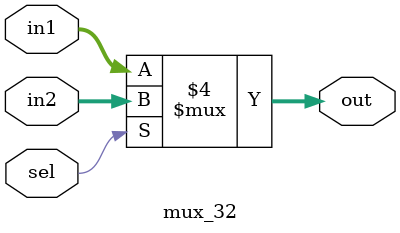
<source format=v>
module mux_32 (in1, in2, sel, out);
  
  input sel; // MODIFIED BY CAM
  input [31:0] in1;
  input [31:0] in2;
  output reg [31:0] out;
  

  always @(sel or in1 or in2)
      begin
        if (sel == 1'b0) out <= in1;
        else out <= in2;
      end
   
endmodule
</source>
